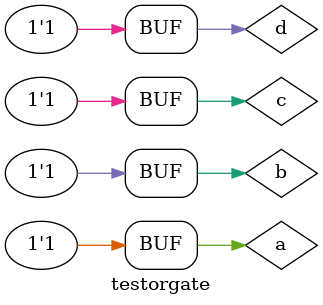
<source format=v>


// --------------------- 
// -- or gate
// --------------------- 
module or2gate (output s, input p, input q);
	assign s = (p | q); // vinculo permanente
endmodule // or2gate

module or4gate (output s, input a, input b, input c, input d);
	wire z, z1; // conexao
	or2gate OR2_1 (z, a, b);
	or2gate OR2_2 (z1, z, c);
	or2gate OR3_3 (s, z1, d);
endmodule // or3gate

// --------------------- 
// -- test orgate 
// --------------------- 
module testorgate; 
// ------------------------- dados locais 
	reg a, b, c, d; // definir registrador 
	wire s; // definir conexao (fio) 
// ------------------------- instancia 
	or4gate OR4 (s, a, b, c, d);
// ------------------------- preparacao
	initial begin:start
		a = 0;
		b = 0;
		c = 0;
		d = 0;
	end
// ------------------------- parte principal
	initial begin:main
		$display("Exemplo0015 - Exercicio0010 - Ana Cristina - 427385");
		$display("Test or gate");
		$display("\n a | b | c | d = s\n");
		$monitor("%b | %b | %b | %b = %b", a, b, c, d, s);
		#1 a = 0; b = 0; c = 0; d = 0;
		#1 a = 0; b = 0; c = 0; d = 1;
		#1 a = 0; b = 0; c = 1; d = 0;
		#1 a = 0; b = 0; c = 1; d = 1;
		#1 a = 0; b = 1; c = 0; d = 0;
		#1 a = 0; b = 1; c = 0; d = 1;
		#1 a = 0; b = 1; c = 1; d = 0;
		#1 a = 0; b = 1; c = 1; d = 1;
		#1 a = 1; b = 0; c = 0; d = 0;
		#1 a = 1; b = 0; c = 0; d = 1;
		#1 a = 1; b = 0; c = 1; d = 0;
		#1 a = 1; b = 0; c = 1; d = 1;
		#1 a = 1; b = 1; c = 0; d = 0;
		#1 a = 1; b = 1; c = 0; d = 1;
		#1 a = 1; b = 1; c = 1; d = 0;
		#1 a = 1; b = 1; c = 1; d = 1;
	end
endmodule // testandgate
</source>
